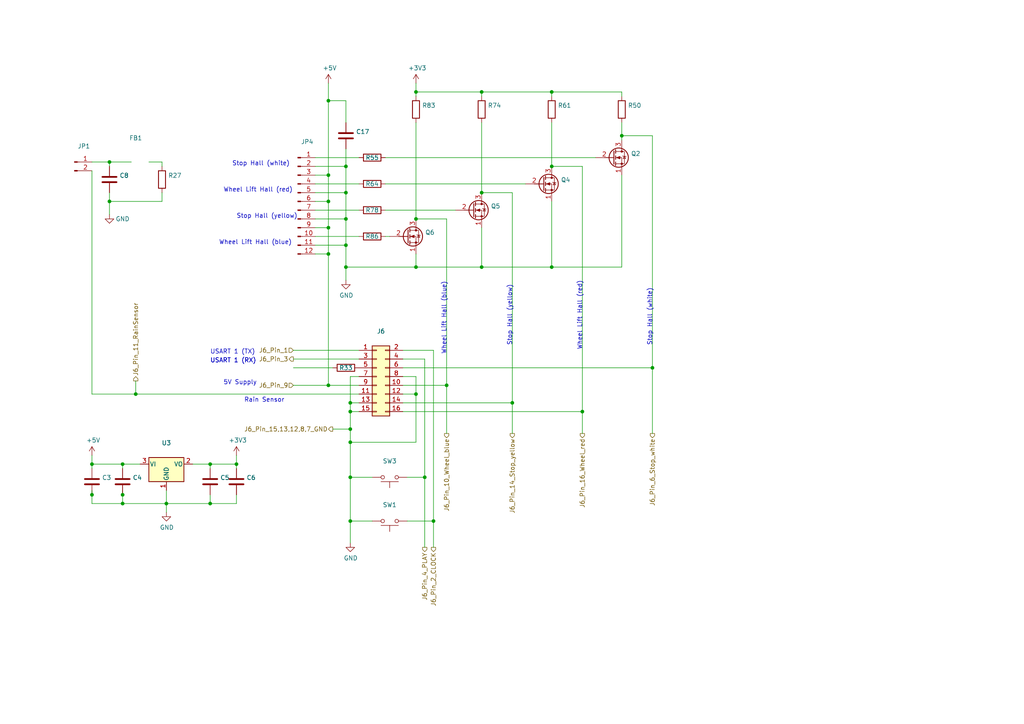
<source format=kicad_sch>
(kicad_sch (version 20211123) (generator eeschema)
  (paper "A4")
  (title_block (title "Project Mowgli") (date "2022-05-22") (rev "1.0.1") (comment 1 "(c) CyberNet / cn@warp.at") (comment 2 "https://github.com/cloudn1ne/Mowgli"))
  (lib_symbols
    (symbol "Connector:Conn_01x02_Male" (pin_names (offset 1.016) hide)
      (property "Reference" "J" (at 0 2.54 0))
      (property "Value" "Conn_01x02_Male" (at 0 -5.08 0))
      (symbol "Conn_01x02_Male_1_1"
        (polyline (pts (xy 1.27 -2.54) (xy 0.8636 -2.54)) (stroke (width 0.1524)))
        (polyline (pts (xy 1.27 0) (xy 0.8636 0)) (stroke (width 0.1524)))
        (rectangle (start 0.8636 -2.413) (end 0 -2.667) (stroke (width 0.1524)) (fill (type outline)))
        (rectangle (start 0.8636 0.127) (end 0 -0.127) (stroke (width 0.1524)) (fill (type outline)))
        (pin passive line (at 5.08 0 180) (length 3.81) (name "Pin_1") (number "1"))
        (pin passive line (at 5.08 -2.54 180) (length 3.81) (name "Pin_2") (number "2"))
      )
    )
    (symbol "Connector:Conn_01x12_Male" (pin_names (offset 1.016) hide)
      (property "Reference" "J" (at 0 15.24 0))
      (property "Value" "Conn_01x12_Male" (at 0 -17.78 0))
      (symbol "Conn_01x12_Male_1_1"
        (polyline (pts (xy 1.27 -15.24) (xy 0.8636 -15.24)) (stroke (width 0.1524)))
        (polyline (pts (xy 1.27 -12.7) (xy 0.8636 -12.7)) (stroke (width 0.1524)))
        (polyline (pts (xy 1.27 -10.16) (xy 0.8636 -10.16)) (stroke (width 0.1524)))
        (polyline (pts (xy 1.27 -7.62) (xy 0.8636 -7.62)) (stroke (width 0.1524)))
        (polyline (pts (xy 1.27 -5.08) (xy 0.8636 -5.08)) (stroke (width 0.1524)))
        (polyline (pts (xy 1.27 -2.54) (xy 0.8636 -2.54)) (stroke (width 0.1524)))
        (polyline (pts (xy 1.27 0) (xy 0.8636 0)) (stroke (width 0.1524)))
        (polyline (pts (xy 1.27 2.54) (xy 0.8636 2.54)) (stroke (width 0.1524)))
        (polyline (pts (xy 1.27 5.08) (xy 0.8636 5.08)) (stroke (width 0.1524)))
        (polyline (pts (xy 1.27 7.62) (xy 0.8636 7.62)) (stroke (width 0.1524)))
        (polyline (pts (xy 1.27 10.16) (xy 0.8636 10.16)) (stroke (width 0.1524)))
        (polyline (pts (xy 1.27 12.7) (xy 0.8636 12.7)) (stroke (width 0.1524)))
        (rectangle (start 0.8636 -15.113) (end 0 -15.367) (stroke (width 0.1524)) (fill (type outline)))
        (rectangle (start 0.8636 -12.573) (end 0 -12.827) (stroke (width 0.1524)) (fill (type outline)))
        (rectangle (start 0.8636 -10.033) (end 0 -10.287) (stroke (width 0.1524)) (fill (type outline)))
        (rectangle (start 0.8636 -7.493) (end 0 -7.747) (stroke (width 0.1524)) (fill (type outline)))
        (rectangle (start 0.8636 -4.953) (end 0 -5.207) (stroke (width 0.1524)) (fill (type outline)))
        (rectangle (start 0.8636 -2.413) (end 0 -2.667) (stroke (width 0.1524)) (fill (type outline)))
        (rectangle (start 0.8636 0.127) (end 0 -0.127) (stroke (width 0.1524)) (fill (type outline)))
        (rectangle (start 0.8636 2.667) (end 0 2.413) (stroke (width 0.1524)) (fill (type outline)))
        (rectangle (start 0.8636 5.207) (end 0 4.953) (stroke (width 0.1524)) (fill (type outline)))
        (rectangle (start 0.8636 7.747) (end 0 7.493) (stroke (width 0.1524)) (fill (type outline)))
        (rectangle (start 0.8636 10.287) (end 0 10.033) (stroke (width 0.1524)) (fill (type outline)))
        (rectangle (start 0.8636 12.827) (end 0 12.573) (stroke (width 0.1524)) (fill (type outline)))
        (pin passive line (at 5.08 12.7 180) (length 3.81) (name "Pin_1") (number "1"))
        (pin passive line (at 5.08 -10.16 180) (length 3.81) (name "Pin_10") (number "10"))
        (pin passive line (at 5.08 -12.7 180) (length 3.81) (name "Pin_11") (number "11"))
        (pin passive line (at 5.08 -15.24 180) (length 3.81) (name "Pin_12") (number "12"))
        (pin passive line (at 5.08 10.16 180) (length 3.81) (name "Pin_2") (number "2"))
        (pin passive line (at 5.08 7.62 180) (length 3.81) (name "Pin_3") (number "3"))
        (pin passive line (at 5.08 5.08 180) (length 3.81) (name "Pin_4") (number "4"))
        (pin passive line (at 5.08 2.54 180) (length 3.81) (name "Pin_5") (number "5"))
        (pin passive line (at 5.08 0 180) (length 3.81) (name "Pin_6") (number "6"))
        (pin passive line (at 5.08 -2.54 180) (length 3.81) (name "Pin_7") (number "7"))
        (pin passive line (at 5.08 -5.08 180) (length 3.81) (name "Pin_8") (number "8"))
        (pin passive line (at 5.08 -7.62 180) (length 3.81) (name "Pin_9") (number "9"))
      )
    )
    (symbol "Connector_Generic:Conn_02x08_Odd_Even" (pin_names (offset 1.016) hide)
      (property "Reference" "J" (at 1.27 10.16 0))
      (property "Value" "Conn_02x08_Odd_Even" (at 1.27 -12.7 0))
      (symbol "Conn_02x08_Odd_Even_1_1"
        (rectangle (start -1.27 -10.033) (end 0 -10.287) (stroke (width 0.1524)))
        (rectangle (start -1.27 -7.493) (end 0 -7.747) (stroke (width 0.1524)))
        (rectangle (start -1.27 -4.953) (end 0 -5.207) (stroke (width 0.1524)))
        (rectangle (start -1.27 -2.413) (end 0 -2.667) (stroke (width 0.1524)))
        (rectangle (start -1.27 0.127) (end 0 -0.127) (stroke (width 0.1524)))
        (rectangle (start -1.27 2.667) (end 0 2.413) (stroke (width 0.1524)))
        (rectangle (start -1.27 5.207) (end 0 4.953) (stroke (width 0.1524)))
        (rectangle (start -1.27 7.747) (end 0 7.493) (stroke (width 0.1524)))
        (rectangle (start -1.27 8.89) (end 3.81 -11.43) (stroke (width 0.254)) (fill (type background)))
        (rectangle (start 3.81 -10.033) (end 2.54 -10.287) (stroke (width 0.1524)))
        (rectangle (start 3.81 -7.493) (end 2.54 -7.747) (stroke (width 0.1524)))
        (rectangle (start 3.81 -4.953) (end 2.54 -5.207) (stroke (width 0.1524)))
        (rectangle (start 3.81 -2.413) (end 2.54 -2.667) (stroke (width 0.1524)))
        (rectangle (start 3.81 0.127) (end 2.54 -0.127) (stroke (width 0.1524)))
        (rectangle (start 3.81 2.667) (end 2.54 2.413) (stroke (width 0.1524)))
        (rectangle (start 3.81 5.207) (end 2.54 4.953) (stroke (width 0.1524)))
        (rectangle (start 3.81 7.747) (end 2.54 7.493) (stroke (width 0.1524)))
        (pin passive line (at -5.08 7.62 0) (length 3.81) (name "Pin_1") (number "1"))
        (pin passive line (at 7.62 -2.54 180) (length 3.81) (name "Pin_10") (number "10"))
        (pin passive line (at -5.08 -5.08 0) (length 3.81) (name "Pin_11") (number "11"))
        (pin passive line (at 7.62 -5.08 180) (length 3.81) (name "Pin_12") (number "12"))
        (pin passive line (at -5.08 -7.62 0) (length 3.81) (name "Pin_13") (number "13"))
        (pin passive line (at 7.62 -7.62 180) (length 3.81) (name "Pin_14") (number "14"))
        (pin passive line (at -5.08 -10.16 0) (length 3.81) (name "Pin_15") (number "15"))
        (pin passive line (at 7.62 -10.16 180) (length 3.81) (name "Pin_16") (number "16"))
        (pin passive line (at 7.62 7.62 180) (length 3.81) (name "Pin_2") (number "2"))
        (pin passive line (at -5.08 5.08 0) (length 3.81) (name "Pin_3") (number "3"))
        (pin passive line (at 7.62 5.08 180) (length 3.81) (name "Pin_4") (number "4"))
        (pin passive line (at -5.08 2.54 0) (length 3.81) (name "Pin_5") (number "5"))
        (pin passive line (at 7.62 2.54 180) (length 3.81) (name "Pin_6") (number "6"))
        (pin passive line (at -5.08 0 0) (length 3.81) (name "Pin_7") (number "7"))
        (pin passive line (at 7.62 0 180) (length 3.81) (name "Pin_8") (number "8"))
        (pin passive line (at -5.08 -2.54 0) (length 3.81) (name "Pin_9") (number "9"))
      )
    )
    (symbol "Device:C" (pin_numbers hide) (pin_names (offset 0.254))
      (property "Reference" "C" (at 0.635 2.54 0))
      (property "Value" "C" (at 0.635 -2.54 0))
      (symbol "C_0_1"
        (polyline (pts (xy -2.032 -0.762) (xy 2.032 -0.762)) (stroke (width 0.508)))
        (polyline (pts (xy -2.032 0.762) (xy 2.032 0.762)) (stroke (width 0.508)))
      )
      (symbol "C_1_1"
        (pin passive line (at 0 3.81 270) (length 2.794) (name "~") (number "1"))
        (pin passive line (at 0 -3.81 90) (length 2.794) (name "~") (number "2"))
      )
    )
    (symbol "Device:Q_NMOS_SGD" (pin_names (offset 0) hide)
      (property "Reference" "Q" (at 5.08 1.27 0))
      (property "Value" "Q_NMOS_SGD" (at 5.08 -1.27 0))
      (symbol "Q_NMOS_SGD_0_1"
        (polyline (pts (xy 0.254 0) (xy -2.54 0)))
        (polyline (pts (xy 0.254 1.905) (xy 0.254 -1.905)) (stroke (width 0.254)))
        (polyline (pts (xy 0.762 -1.27) (xy 0.762 -2.286)) (stroke (width 0.254)))
        (polyline (pts (xy 0.762 0.508) (xy 0.762 -0.508)) (stroke (width 0.254)))
        (polyline (pts (xy 0.762 2.286) (xy 0.762 1.27)) (stroke (width 0.254)))
        (polyline (pts (xy 2.54 2.54) (xy 2.54 1.778)))
        (polyline (pts (xy 2.54 -2.54) (xy 2.54 0) (xy 0.762 0)))
        (polyline (pts (xy 0.762 -1.778) (xy 3.302 -1.778) (xy 3.302 1.778) (xy 0.762 1.778)))
        (polyline (pts (xy 1.016 0) (xy 2.032 0.381) (xy 2.032 -0.381) (xy 1.016 0)) (fill (type outline)))
        (polyline (pts (xy 2.794 0.508) (xy 2.921 0.381) (xy 3.683 0.381) (xy 3.81 0.254)))
        (polyline (pts (xy 3.302 0.381) (xy 2.921 -0.254) (xy 3.683 -0.254) (xy 3.302 0.381)))
        (circle (center 1.651 0) (radius 2.794) (stroke (width 0.254)))
        (circle (center 2.54 -1.778) (radius 0.254) (fill (type outline)))
        (circle (center 2.54 1.778) (radius 0.254) (fill (type outline)))
      )
      (symbol "Q_NMOS_SGD_1_1"
        (pin passive line (at 2.54 -5.08 90) (length 2.54) (name "S") (number "1"))
        (pin input line (at -5.08 0 0) (length 5.08) (name "G") (number "2"))
        (pin passive line (at 2.54 5.08 270) (length 2.54) (name "D") (number "3"))
      )
    )
    (symbol "Device:R" (pin_numbers hide) (pin_names (offset 0))
      (property "Reference" "R" (at 2.032 0 90))
      (property "Value" "R" (at 0 0 90))
      (symbol "R_0_1"
        (rectangle (start -1.016 -2.54) (end 1.016 2.54) (stroke (width 0.254)))
      )
      (symbol "R_1_1"
        (pin passive line (at 0 3.81 270) (length 1.27) (name "~") (number "1"))
        (pin passive line (at 0 -3.81 90) (length 1.27) (name "~") (number "2"))
      )
    )
    (symbol "Regulator_Linear:AMS1117-3.3" (pin_names (offset 0.254))
      (property "Reference" "U" (at -3.81 3.175 0))
      (property "Value" "AMS1117-3.3" (at 0 3.175 0))
      (symbol "AMS1117-3.3_0_1"
        (rectangle (start -5.08 -5.08) (end 5.08 1.905) (stroke (width 0.254)) (fill (type background)))
      )
      (symbol "AMS1117-3.3_1_1"
        (pin power_in line (at 0 -7.62 90) (length 2.54) (name "GND") (number "1"))
        (pin power_out line (at 7.62 0 180) (length 2.54) (name "VO") (number "2"))
        (pin power_in line (at -7.62 0 0) (length 2.54) (name "VI") (number "3"))
      )
    )
    (symbol "Switch:SW_Push" (pin_numbers hide) (pin_names (offset 1.016) hide)
      (property "Reference" "SW" (at 1.27 2.54 0))
      (property "Value" "SW_Push" (at 0 -1.524 0))
      (symbol "SW_Push_0_1"
        (circle (center -2.032 0) (radius 0.508))
        (polyline (pts (xy 0 1.27) (xy 0 3.048)))
        (polyline (pts (xy 2.54 1.27) (xy -2.54 1.27)))
        (circle (center 2.032 0) (radius 0.508))
        (pin passive line (at -5.08 0 0) (length 2.54) (name "1") (number "1"))
        (pin passive line (at 5.08 0 180) (length 2.54) (name "2") (number "2"))
      )
    )
    (symbol "power:+3.3V" (power) (pin_names (offset 0))
      (property "Value" "+3.3V" (at 0 3.556 0))
      (symbol "+3.3V_0_1"
        (polyline (pts (xy -0.762 1.27) (xy 0 2.54)))
        (polyline (pts (xy 0 0) (xy 0 2.54)))
        (polyline (pts (xy 0 2.54) (xy 0.762 1.27)))
      )
      (symbol "+3.3V_1_1"
        (pin power_in line (at 0 0 90) (length 0) hide (name "+3V3") (number "1"))
      )
    )
    (symbol "power:+5V" (power) (pin_names (offset 0))
      (property "Value" "+5V" (at 0 3.556 0))
      (symbol "+5V_0_1"
        (polyline (pts (xy -0.762 1.27) (xy 0 2.54)))
        (polyline (pts (xy 0 0) (xy 0 2.54)))
        (polyline (pts (xy 0 2.54) (xy 0.762 1.27)))
      )
      (symbol "+5V_1_1"
        (pin power_in line (at 0 0 90) (length 0) hide (name "+5V") (number "1"))
      )
    )
    (symbol "power:GND" (power) (pin_names (offset 0))
      (property "Value" "GND" (at 0 -3.81 0))
      (symbol "GND_0_1"
        (polyline (pts (xy 0 0) (xy 0 -1.27) (xy 1.27 -1.27) (xy 0 -2.54) (xy -1.27 -1.27) (xy 0 -1.27)))
      )
      (symbol "GND_1_1"
        (pin power_in line (at 0 0 270) (length 0) hide (name "GND") (number "1"))
      )
    )
  )
  (junction (at 101.6 116.84))
  (junction (at 39.37 114.3))
  (junction (at 101.6 128.27))
  (junction (at 120.65 77.47))
  (junction (at 26.67 143.51))
  (junction (at 60.96 146.05))
  (junction (at 160.02 48.26))
  (junction (at 60.96 134.62))
  (junction (at 101.6 124.46))
  (junction (at 139.7 55.88))
  (junction (at 95.25 58.42))
  (junction (at 100.33 63.5))
  (junction (at 95.25 50.8))
  (junction (at 180.34 39.37))
  (junction (at 48.26 146.05))
  (junction (at 35.56 143.51))
  (junction (at 168.91 119.38))
  (junction (at 35.56 146.05))
  (junction (at 120.65 114.3))
  (junction (at 100.33 77.47))
  (junction (at 31.75 58.42))
  (junction (at 100.33 48.26))
  (junction (at 95.25 66.04))
  (junction (at 160.02 77.47))
  (junction (at 100.33 71.12))
  (junction (at 100.33 55.88))
  (junction (at 95.25 111.76))
  (junction (at 101.6 119.38))
  (junction (at 68.58 134.62))
  (junction (at 139.7 77.47))
  (junction (at 148.59 116.84))
  (junction (at 95.25 73.66))
  (junction (at 123.19 138.43))
  (junction (at 35.56 134.62))
  (junction (at 129.54 111.76))
  (junction (at 26.67 134.62))
  (junction (at 139.7 26.67))
  (junction (at 101.6 151.13))
  (junction (at 189.23 106.68))
  (junction (at 120.65 63.5))
  (junction (at 120.65 26.67))
  (junction (at 101.6 138.43))
  (junction (at 160.02 26.67))
  (junction (at 95.25 29.21))
  (junction (at 125.73 151.13))
  (junction (at 31.75 46.99))
  (wire (pts (xy 100.33 35.56) (xy 100.33 29.21)))
  (wire (pts (xy 118.11 151.13) (xy 125.73 151.13)))
  (wire (pts (xy 120.65 114.3) (xy 120.65 109.22)))
  (wire (pts (xy 31.75 46.99) (xy 38.1 46.99)))
  (wire (pts (xy 120.65 24.13) (xy 120.65 26.67)))
  (wire (pts (xy 125.73 101.6) (xy 125.73 151.13)))
  (wire (pts (xy 95.25 66.04) (xy 91.44 66.04)))
  (wire (pts (xy 91.44 45.72) (xy 104.14 45.72)))
  (wire (pts (xy 107.95 138.43) (xy 101.6 138.43)))
  (wire (pts (xy 180.34 50.8) (xy 180.34 77.47)))
  (wire (pts (xy 85.09 101.6) (xy 104.14 101.6)))
  (wire (pts (xy 139.7 26.67) (xy 139.7 27.94)))
  (wire (pts (xy 129.54 111.76) (xy 129.54 125.73)))
  (wire (pts (xy 95.25 29.21) (xy 95.25 50.8)))
  (wire (pts (xy 168.91 119.38) (xy 168.91 48.26)))
  (wire (pts (xy 125.73 151.13) (xy 125.73 158.75)))
  (wire (pts (xy 95.25 73.66) (xy 95.25 66.04)))
  (wire (pts (xy 132.08 60.96) (xy 111.76 60.96)))
  (wire (pts (xy 48.26 146.05) (xy 60.96 146.05)))
  (wire (pts (xy 46.99 46.99) (xy 43.18 46.99)))
  (wire (pts (xy 120.65 63.5) (xy 129.54 63.5)))
  (wire (pts (xy 180.34 35.56) (xy 180.34 39.37)))
  (wire (pts (xy 100.33 29.21) (xy 95.25 29.21)))
  (wire (pts (xy 101.6 116.84) (xy 101.6 119.38)))
  (wire (pts (xy 120.65 128.27) (xy 101.6 128.27)))
  (wire (pts (xy 95.25 58.42) (xy 91.44 58.42)))
  (wire (pts (xy 116.84 111.76) (xy 129.54 111.76)))
  (wire (pts (xy 31.75 48.26) (xy 31.75 46.99)))
  (wire (pts (xy 116.84 119.38) (xy 168.91 119.38)))
  (wire (pts (xy 26.67 146.05) (xy 35.56 146.05)))
  (wire (pts (xy 120.65 27.94) (xy 120.65 26.67)))
  (wire (pts (xy 48.26 146.05) (xy 48.26 148.59)))
  (wire (pts (xy 101.6 119.38) (xy 104.14 119.38)))
  (wire (pts (xy 139.7 55.88) (xy 139.7 35.56)))
  (wire (pts (xy 123.19 138.43) (xy 123.19 158.75)))
  (wire (pts (xy 160.02 77.47) (xy 139.7 77.47)))
  (wire (pts (xy 35.56 143.51) (xy 35.56 146.05)))
  (wire (pts (xy 95.25 66.04) (xy 95.25 58.42)))
  (wire (pts (xy 39.37 110.49) (xy 39.37 114.3)))
  (wire (pts (xy 60.96 135.89) (xy 60.96 134.62)))
  (wire (pts (xy 95.25 24.13) (xy 95.25 29.21)))
  (wire (pts (xy 96.52 106.68) (xy 85.09 106.68)))
  (wire (pts (xy 129.54 63.5) (xy 129.54 111.76)))
  (wire (pts (xy 101.6 124.46) (xy 101.6 128.27)))
  (wire (pts (xy 120.65 26.67) (xy 139.7 26.67)))
  (wire (pts (xy 168.91 119.38) (xy 168.91 125.73)))
  (wire (pts (xy 68.58 134.62) (xy 68.58 135.89)))
  (wire (pts (xy 160.02 77.47) (xy 180.34 77.47)))
  (wire (pts (xy 91.44 63.5) (xy 100.33 63.5)))
  (wire (pts (xy 116.84 104.14) (xy 123.19 104.14)))
  (wire (pts (xy 139.7 66.04) (xy 139.7 77.47)))
  (wire (pts (xy 46.99 55.88) (xy 46.99 58.42)))
  (wire (pts (xy 100.33 77.47) (xy 120.65 77.47)))
  (wire (pts (xy 91.44 68.58) (xy 104.14 68.58)))
  (wire (pts (xy 26.67 134.62) (xy 35.56 134.62)))
  (wire (pts (xy 123.19 104.14) (xy 123.19 138.43)))
  (wire (pts (xy 85.09 111.76) (xy 95.25 111.76)))
  (wire (pts (xy 95.25 50.8) (xy 91.44 50.8)))
  (wire (pts (xy 189.23 106.68) (xy 189.23 125.73)))
  (wire (pts (xy 111.76 53.34) (xy 152.4 53.34)))
  (wire (pts (xy 46.99 58.42) (xy 31.75 58.42)))
  (wire (pts (xy 46.99 48.26) (xy 46.99 46.99)))
  (wire (pts (xy 148.59 55.88) (xy 139.7 55.88)))
  (wire (pts (xy 148.59 116.84) (xy 148.59 55.88)))
  (wire (pts (xy 104.14 116.84) (xy 101.6 116.84)))
  (wire (pts (xy 104.14 53.34) (xy 91.44 53.34)))
  (wire (pts (xy 35.56 134.62) (xy 40.64 134.62)))
  (wire (pts (xy 26.67 143.51) (xy 26.67 146.05)))
  (wire (pts (xy 189.23 106.68) (xy 189.23 39.37)))
  (wire (pts (xy 104.14 60.96) (xy 91.44 60.96)))
  (wire (pts (xy 100.33 55.88) (xy 91.44 55.88)))
  (wire (pts (xy 26.67 46.99) (xy 31.75 46.99)))
  (wire (pts (xy 120.65 114.3) (xy 120.65 128.27)))
  (wire (pts (xy 101.6 151.13) (xy 101.6 157.48)))
  (wire (pts (xy 116.84 116.84) (xy 148.59 116.84)))
  (wire (pts (xy 104.14 109.22) (xy 101.6 109.22)))
  (wire (pts (xy 100.33 48.26) (xy 100.33 55.88)))
  (wire (pts (xy 85.09 104.14) (xy 104.14 104.14)))
  (wire (pts (xy 26.67 134.62) (xy 26.67 135.89)))
  (wire (pts (xy 107.95 151.13) (xy 101.6 151.13)))
  (wire (pts (xy 91.44 48.26) (xy 100.33 48.26)))
  (wire (pts (xy 26.67 114.3) (xy 39.37 114.3)))
  (wire (pts (xy 60.96 134.62) (xy 68.58 134.62)))
  (wire (pts (xy 160.02 48.26) (xy 160.02 35.56)))
  (wire (pts (xy 35.56 135.89) (xy 35.56 134.62)))
  (wire (pts (xy 31.75 58.42) (xy 31.75 62.23)))
  (wire (pts (xy 160.02 26.67) (xy 139.7 26.67)))
  (wire (pts (xy 95.25 73.66) (xy 95.25 111.76)))
  (wire (pts (xy 31.75 55.88) (xy 31.75 58.42)))
  (wire (pts (xy 101.6 128.27) (xy 101.6 138.43)))
  (wire (pts (xy 139.7 77.47) (xy 120.65 77.47)))
  (wire (pts (xy 101.6 138.43) (xy 101.6 151.13)))
  (wire (pts (xy 116.84 101.6) (xy 125.73 101.6)))
  (wire (pts (xy 35.56 146.05) (xy 48.26 146.05)))
  (wire (pts (xy 116.84 106.68) (xy 189.23 106.68)))
  (wire (pts (xy 26.67 142.24) (xy 26.67 143.51)))
  (wire (pts (xy 55.88 134.62) (xy 60.96 134.62)))
  (wire (pts (xy 100.33 63.5) (xy 100.33 71.12)))
  (wire (pts (xy 101.6 119.38) (xy 101.6 124.46)))
  (wire (pts (xy 148.59 116.84) (xy 148.59 125.73)))
  (wire (pts (xy 96.52 124.46) (xy 101.6 124.46)))
  (wire (pts (xy 111.76 45.72) (xy 172.72 45.72)))
  (wire (pts (xy 120.65 109.22) (xy 116.84 109.22)))
  (wire (pts (xy 123.19 138.43) (xy 118.11 138.43)))
  (wire (pts (xy 120.65 35.56) (xy 120.65 63.5)))
  (wire (pts (xy 68.58 146.05) (xy 68.58 143.51)))
  (wire (pts (xy 116.84 114.3) (xy 120.65 114.3)))
  (wire (pts (xy 180.34 26.67) (xy 180.34 27.94)))
  (wire (pts (xy 100.33 63.5) (xy 100.33 55.88)))
  (wire (pts (xy 160.02 58.42) (xy 160.02 77.47)))
  (wire (pts (xy 60.96 146.05) (xy 68.58 146.05)))
  (wire (pts (xy 100.33 71.12) (xy 91.44 71.12)))
  (wire (pts (xy 100.33 71.12) (xy 100.33 77.47)))
  (wire (pts (xy 91.44 73.66) (xy 95.25 73.66)))
  (wire (pts (xy 95.25 58.42) (xy 95.25 50.8)))
  (wire (pts (xy 168.91 48.26) (xy 160.02 48.26)))
  (wire (pts (xy 160.02 26.67) (xy 160.02 27.94)))
  (wire (pts (xy 48.26 142.24) (xy 48.26 146.05)))
  (wire (pts (xy 35.56 142.24) (xy 35.56 143.51)))
  (wire (pts (xy 60.96 143.51) (xy 60.96 146.05)))
  (wire (pts (xy 120.65 73.66) (xy 120.65 77.47)))
  (wire (pts (xy 26.67 134.62) (xy 26.67 132.08)))
  (wire (pts (xy 189.23 39.37) (xy 180.34 39.37)))
  (wire (pts (xy 39.37 114.3) (xy 104.14 114.3)))
  (wire (pts (xy 68.58 134.62) (xy 68.58 132.08)))
  (wire (pts (xy 101.6 116.84) (xy 101.6 109.22)))
  (wire (pts (xy 26.67 49.53) (xy 26.67 114.3)))
  (wire (pts (xy 160.02 26.67) (xy 180.34 26.67)))
  (wire (pts (xy 111.76 68.58) (xy 113.03 68.58)))
  (wire (pts (xy 95.25 111.76) (xy 104.14 111.76)))
  (wire (pts (xy 180.34 39.37) (xy 180.34 40.64)))
  (wire (pts (xy 100.33 43.18) (xy 100.33 48.26)))
  (wire (pts (xy 100.33 77.47) (xy 100.33 81.28)))
  (text "Stop Hall (white)" (at 67.31 48.26 0) (effects (font (size 1.27 1.27)) (justify left bottom)))
  (text "Wheel Lift Hall (blue)" (at 129.54 102.87 90) (effects (font (size 1.27 1.27)) (justify left bottom)))
  (text "Wheel Lift Hall (blue)" (at 63.5 71.12 0) (effects (font (size 1.27 1.27)) (justify left bottom)))
  (text "USART 1 (RX)" (at 60.96 105.41 0) (effects (font (size 1.27 1.27)) (justify left bottom)))
  (text "USART 1 (TX)" (at 60.96 102.87 0) (effects (font (size 1.27 1.27)) (justify left bottom)))
  (text "Rain Sensor" (at 82.55 116.84 180) (effects (font (size 1.27 1.27)) (justify right bottom)))
  (text "Stop Hall (white)" (at 189.23 100.33 90) (effects (font (size 1.27 1.27)) (justify left bottom)))
  (text "5V Supply" (at 64.77 111.76 0) (effects (font (size 1.27 1.27)) (justify left bottom)))
  (text "Wheel Lift Hall (red)" (at 168.91 101.6 90) (effects (font (size 1.27 1.27)) (justify left bottom)))
  (text "USART 1 (RX)" (at 60.96 105.41 0) (effects (font (size 1.27 1.27)) (justify left bottom)))
  (text "Stop Hall (yellow)" (at 148.59 100.33 90) (effects (font (size 1.27 1.27)) (justify left bottom)))
  (text "Stop Hall (yellow)" (at 68.58 63.5 0) (effects (font (size 1.27 1.27)) (justify left bottom)))
  (text "Wheel Lift Hall (red)" (at 64.77 55.88 0) (effects (font (size 1.27 1.27)) (justify left bottom)))
  (hierarchical_label "J6_Pin_3" (shape output) (at 85.09 104.14 180))
  (hierarchical_label "J6_Pin_4_PLAY" (shape output) (at 123.19 158.75 270))
  (hierarchical_label "J6_Pin_16_Wheel_red" (shape output) (at 168.91 125.73 270))
  (hierarchical_label "J6_Pin_9" (shape input) (at 85.09 111.76 180))
  (hierarchical_label "J6_Pin_14_Stop_yellow" (shape output) (at 148.59 125.73 270))
  (hierarchical_label "J6_Pin_15,13,12,8,7_GND" (shape output) (at 96.52 124.46 180))
  (hierarchical_label "J6_Pin_1" (shape input) (at 85.09 101.6 180))
  (hierarchical_label "J6_Pin_2_CLOCK" (shape output) (at 125.73 158.75 270))
  (hierarchical_label "J6_Pin_6_Stop_white" (shape output) (at 189.23 125.73 270))
  (hierarchical_label "J6_Pin_11_RainSensor" (shape output) (at 39.37 110.49 90))
  (hierarchical_label "J6_Pin_10_Wheel_blue" (shape output) (at 129.54 125.73 270))
  (symbol (lib_id "power:GND") (at 101.6 157.48 0) (unit 1)
    (property "Reference" "#PWR?" (effects hide))
  )
  (symbol (lib_id "Regulator_Linear:AMS1117-3.3") (at 48.26 134.62 0) (unit 1)
    (property "Reference" "U3" (at 48.26 128.4732 0))
    (property "Datasheet" "http://www.advanced-monolithic.com/pdf/ds1117.pdf" (effects hide))
  )
  (symbol (lib_id "power:+5V") (at 95.25 24.13 0) (unit 1)
    (property "Reference" "#PWR?" (effects hide))
  )
  (symbol (lib_id "power:+5V") (at 26.67 132.08 0) (unit 1)
    (property "Reference" "#PWR?" (effects hide))
  )
  (symbol (lib_id "power:GND") (at 48.26 148.59 0) (unit 1)
    (property "Reference" "#PWR?" (effects hide))
  )
  (symbol (lib_id "Device:C") (at 26.67 139.7 0) (unit 1)
    (property "Reference" "C3" (at 29.591 138.5316 0) (effects (justify left)))
  )
  (symbol (lib_id "Device:C") (at 35.56 139.7 0) (unit 1)
    (property "Reference" "C4" (at 38.481 138.5316 0) (effects (justify left)))
  )
  (symbol (lib_id "Device:C") (at 60.96 139.7 0) (unit 1)
    (property "Reference" "C5" (at 63.881 138.5316 0) (effects (justify left)))
  )
  (symbol (lib_id "Device:C") (at 68.58 139.7 0) (unit 1)
    (property "Reference" "C6" (at 71.501 138.5316 0) (effects (justify left)))
  )
  (symbol (lib_id "power:+3.3V") (at 68.58 132.08 0) (unit 1)
    (property "Reference" "#PWR?" (effects hide))
  )
  (symbol (lib_id "Connector:Conn_01x02_Male") (at 21.59 46.99 0) (unit 1)
    (property "Reference" "JP1" (at 24.3332 42.3926 0))
  )
  (symbol (lib_id "Device:C") (at 31.75 52.07 0) (unit 1)
    (property "Reference" "C8" (at 34.671 50.9016 0) (effects (justify left)))
  )
  (symbol (lib_id "power:GND") (at 31.75 62.23 0) (unit 1)
    (property "Reference" "#PWR?" (effects hide))
  )
  (symbol (lib_id "Mowgli-rescue:Ferrite_Bead-Device") (at 39.37 46.99 270) (unit 1)
    (property "Reference" "FB1" (at 39.37 40.0304 90))
  )
  (symbol (lib_id "Device:R") (at 46.99 52.07 0) (unit 1)
    (property "Reference" "R27" (at 48.768 50.9016 0) (effects (justify left)))
  )
  (symbol (lib_id "Device:R") (at 120.65 31.75 0) (unit 1)
    (property "Reference" "R83" (at 122.428 30.5816 0) (effects (justify left)))
  )
  (symbol (lib_id "power:+3.3V") (at 120.65 24.13 0) (unit 1)
    (property "Reference" "#PWR?" (effects hide))
  )
  (symbol (lib_id "Device:Q_NMOS_SGD") (at 118.11 68.58 0) (unit 1)
    (property "Reference" "Q6" (at 123.317 67.4116 0) (effects (justify left)))
  )
  (symbol (lib_id "Device:R") (at 107.95 68.58 90) (unit 1)
    (property "Reference" "R86" (at 107.95 68.58 90))
  )
  (symbol (lib_id "Connector:Conn_01x12_Male") (at 86.36 58.42 0) (unit 1)
    (property "Reference" "JP4" (at 89.1032 41.1226 0))
  )
  (symbol (lib_id "power:GND") (at 100.33 81.28 0) (unit 1)
    (property "Reference" "#PWR?" (effects hide))
  )
  (symbol (lib_id "Connector_Generic:Conn_02x08_Odd_Even") (at 109.22 109.22 0) (unit 1)
    (property "Reference" "J6" (at 110.49 96.0882 0))
  )
  (symbol (lib_id "Device:R") (at 180.34 31.75 0) (unit 1)
    (property "Reference" "R50" (at 182.118 30.5816 0) (effects (justify left)))
  )
  (symbol (lib_id "Device:Q_NMOS_SGD") (at 177.8 45.72 0) (unit 1)
    (property "Reference" "Q2" (at 183.007 44.5516 0) (effects (justify left)))
  )
  (symbol (lib_id "Device:R") (at 107.95 45.72 90) (unit 1)
    (property "Reference" "R55" (at 107.95 45.72 90))
  )
  (symbol (lib_id "Device:R") (at 100.33 106.68 270) (unit 1)
    (property "Reference" "R33" (at 100.33 106.68 90))
  )
  (symbol (lib_id "Device:Q_NMOS_SGD") (at 137.16 60.96 0) (unit 1)
    (property "Reference" "Q5" (at 142.367 59.7916 0) (effects (justify left)))
  )
  (symbol (lib_id "Device:R") (at 107.95 60.96 90) (unit 1)
    (property "Reference" "R78" (at 107.95 60.96 90))
  )
  (symbol (lib_id "Device:R") (at 139.7 31.75 0) (unit 1)
    (property "Reference" "R74" (at 141.478 30.5816 0) (effects (justify left)))
  )
  (symbol (lib_id "Device:Q_NMOS_SGD") (at 157.48 53.34 0) (unit 1)
    (property "Reference" "Q4" (at 162.687 52.1716 0) (effects (justify left)))
  )
  (symbol (lib_id "Device:R") (at 107.95 53.34 90) (unit 1)
    (property "Reference" "R64" (at 107.95 53.34 90))
  )
  (symbol (lib_id "Device:R") (at 160.02 31.75 0) (unit 1)
    (property "Reference" "R61" (at 161.798 30.5816 0) (effects (justify left)))
  )
  (symbol (lib_id "Device:C") (at 100.33 39.37 0) (unit 1)
    (property "Reference" "C17" (at 103.251 38.2016 0) (effects (justify left)))
  )
  (symbol (lib_id "Switch:SW_Push") (at 113.03 138.43 180) (unit 1)
    (property "Reference" "SW3" (at 113.03 133.731 0))
  )
  (symbol (lib_id "Switch:SW_Push") (at 113.03 151.13 180) (unit 1)
    (property "Reference" "SW1" (at 113.03 146.431 0))
  )
)
</source>
